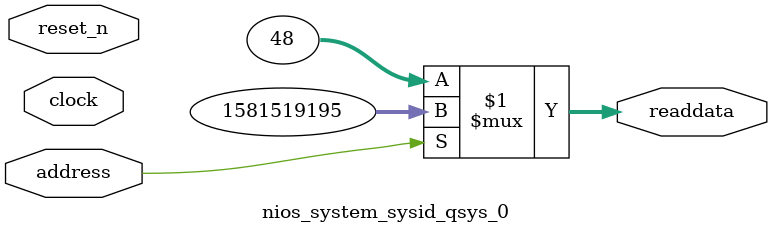
<source format=v>



// synthesis translate_off
`timescale 1ns / 1ps
// synthesis translate_on

// turn off superfluous verilog processor warnings 
// altera message_level Level1 
// altera message_off 10034 10035 10036 10037 10230 10240 10030 

module nios_system_sysid_qsys_0 (
               // inputs:
                address,
                clock,
                reset_n,

               // outputs:
                readdata
             )
;

  output  [ 31: 0] readdata;
  input            address;
  input            clock;
  input            reset_n;

  wire    [ 31: 0] readdata;
  //control_slave, which is an e_avalon_slave
  assign readdata = address ? 1581519195 : 48;

endmodule



</source>
